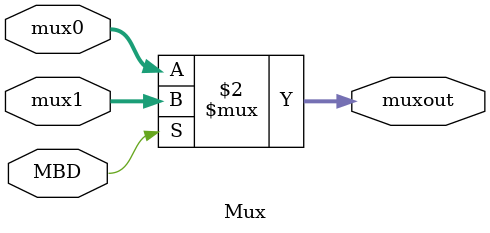
<source format=v>
module Mux ( mux0, mux1, MBD, muxout ) ;
     input  [7:0] mux0, mux1 ;
     input        MBD ;
     output [7:0] muxout ;
assign muxout = ( MBD == 1 )? mux1 : mux0 ;

endmodule 

</source>
